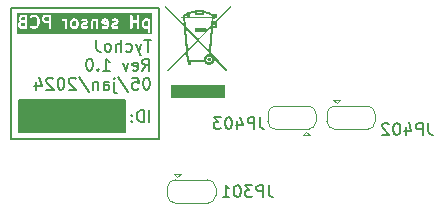
<source format=gbr>
%TF.GenerationSoftware,KiCad,Pcbnew,7.0.9+1*%
%TF.CreationDate,2024-01-05T17:55:25+01:00*%
%TF.ProjectId,sensor,73656e73-6f72-42e6-9b69-6361645f7063,rev?*%
%TF.SameCoordinates,Original*%
%TF.FileFunction,Legend,Bot*%
%TF.FilePolarity,Positive*%
%FSLAX46Y46*%
G04 Gerber Fmt 4.6, Leading zero omitted, Abs format (unit mm)*
G04 Created by KiCad (PCBNEW 7.0.9+1) date 2024-01-05 17:55:25*
%MOMM*%
%LPD*%
G01*
G04 APERTURE LIST*
%ADD10C,0.000000*%
%ADD11C,0.150000*%
%ADD12C,0.200000*%
%ADD13C,0.120000*%
G04 APERTURE END LIST*
D10*
G36*
X131832479Y-69070719D02*
G01*
X127233056Y-69070719D01*
X127233056Y-67950724D01*
X131832479Y-67950724D01*
X131832479Y-69070719D01*
G37*
D11*
X114375000Y-72000000D02*
X123375000Y-72000000D01*
X123375000Y-69250000D01*
X114375000Y-69250000D01*
X114375000Y-72000000D01*
G36*
X114375000Y-72000000D02*
G01*
X123375000Y-72000000D01*
X123375000Y-69250000D01*
X114375000Y-69250000D01*
X114375000Y-72000000D01*
G37*
D10*
G36*
X130491105Y-65673458D02*
G01*
X130498947Y-65674054D01*
X130506676Y-65675036D01*
X130514281Y-65676394D01*
X130521753Y-65678119D01*
X130529081Y-65680200D01*
X130536257Y-65682628D01*
X130543270Y-65685394D01*
X130550111Y-65688487D01*
X130556770Y-65691897D01*
X130563237Y-65695616D01*
X130569503Y-65699633D01*
X130575558Y-65703939D01*
X130581392Y-65708524D01*
X130586996Y-65713378D01*
X130592360Y-65718492D01*
X130597474Y-65723856D01*
X130602328Y-65729460D01*
X130606913Y-65735294D01*
X130611219Y-65741349D01*
X130615236Y-65747615D01*
X130618955Y-65754082D01*
X130622365Y-65760741D01*
X130625458Y-65767582D01*
X130628223Y-65774595D01*
X130630652Y-65781771D01*
X130632733Y-65789099D01*
X130634457Y-65796571D01*
X130635816Y-65804176D01*
X130636798Y-65811905D01*
X130637394Y-65819747D01*
X130637595Y-65827694D01*
X130637394Y-65835641D01*
X130636798Y-65843484D01*
X130635816Y-65851212D01*
X130634457Y-65858817D01*
X130632733Y-65866288D01*
X130630652Y-65873616D01*
X130628223Y-65880791D01*
X130625458Y-65887804D01*
X130622365Y-65894645D01*
X130618955Y-65901303D01*
X130615236Y-65907770D01*
X130611219Y-65914035D01*
X130606913Y-65920090D01*
X130602328Y-65925923D01*
X130597474Y-65931527D01*
X130592360Y-65936889D01*
X130586996Y-65942003D01*
X130581392Y-65946856D01*
X130575558Y-65951440D01*
X130569503Y-65955746D01*
X130563237Y-65959762D01*
X130556770Y-65963481D01*
X130550111Y-65966891D01*
X130543270Y-65969983D01*
X130536257Y-65972748D01*
X130529081Y-65975176D01*
X130521753Y-65977257D01*
X130514281Y-65978981D01*
X130506676Y-65980339D01*
X130498947Y-65981321D01*
X130491105Y-65981917D01*
X130483158Y-65982118D01*
X130475211Y-65981917D01*
X130467368Y-65981321D01*
X130459640Y-65980339D01*
X130452035Y-65978981D01*
X130444563Y-65977257D01*
X130437235Y-65975176D01*
X130430059Y-65972748D01*
X130423046Y-65969983D01*
X130416205Y-65966891D01*
X130409546Y-65963481D01*
X130403078Y-65959762D01*
X130396812Y-65955746D01*
X130390757Y-65951440D01*
X130384923Y-65946856D01*
X130379319Y-65942002D01*
X130373956Y-65936889D01*
X130368842Y-65931526D01*
X130363988Y-65925923D01*
X130359403Y-65920090D01*
X130355097Y-65914035D01*
X130351080Y-65907770D01*
X130347361Y-65901303D01*
X130343950Y-65894644D01*
X130340857Y-65887804D01*
X130338092Y-65880791D01*
X130335664Y-65873616D01*
X130333583Y-65866288D01*
X130331858Y-65858817D01*
X130330500Y-65851212D01*
X130329518Y-65843484D01*
X130328921Y-65835641D01*
X130328720Y-65827694D01*
X130328921Y-65819747D01*
X130329518Y-65811905D01*
X130330500Y-65804176D01*
X130331858Y-65796571D01*
X130333583Y-65789100D01*
X130335664Y-65781771D01*
X130338092Y-65774595D01*
X130340857Y-65767582D01*
X130343950Y-65760741D01*
X130347361Y-65754082D01*
X130351080Y-65747615D01*
X130355097Y-65741349D01*
X130359403Y-65735294D01*
X130363988Y-65729460D01*
X130368842Y-65723856D01*
X130373956Y-65718492D01*
X130379319Y-65713378D01*
X130384923Y-65708524D01*
X130390757Y-65703939D01*
X130396812Y-65699633D01*
X130403078Y-65695616D01*
X130409546Y-65691897D01*
X130416205Y-65688487D01*
X130423046Y-65685394D01*
X130430059Y-65682628D01*
X130437235Y-65680200D01*
X130444563Y-65678119D01*
X130452035Y-65676394D01*
X130459640Y-65675036D01*
X130467368Y-65674054D01*
X130475211Y-65673458D01*
X130483158Y-65673257D01*
X130491105Y-65673458D01*
G37*
G36*
X132347570Y-61353378D02*
G01*
X131133067Y-62590477D01*
X131158348Y-62590477D01*
X131158348Y-63144012D01*
X130796782Y-63144012D01*
X130603715Y-65215541D01*
X132031869Y-66719631D01*
X131937122Y-66809550D01*
X130934074Y-65751455D01*
X130935538Y-65760783D01*
X130936814Y-65770172D01*
X130937900Y-65779621D01*
X130938793Y-65789128D01*
X130939492Y-65798691D01*
X130939994Y-65808307D01*
X130940296Y-65817976D01*
X130940397Y-65827694D01*
X130939803Y-65851224D01*
X130938037Y-65874445D01*
X130935129Y-65897328D01*
X130931108Y-65919845D01*
X130926003Y-65941966D01*
X130919841Y-65963664D01*
X130912653Y-65984909D01*
X130904466Y-66005673D01*
X130895310Y-66025926D01*
X130885213Y-66045641D01*
X130874203Y-66064788D01*
X130862310Y-66083339D01*
X130849563Y-66101265D01*
X130835989Y-66118538D01*
X130821618Y-66135128D01*
X130806479Y-66151007D01*
X130790599Y-66166146D01*
X130774009Y-66180516D01*
X130756736Y-66194090D01*
X130738810Y-66206837D01*
X130720259Y-66218729D01*
X130701112Y-66229739D01*
X130681397Y-66239835D01*
X130661144Y-66248991D01*
X130640380Y-66257178D01*
X130619136Y-66264366D01*
X130597438Y-66270527D01*
X130575318Y-66275632D01*
X130552802Y-66279653D01*
X130529919Y-66282560D01*
X130506699Y-66284326D01*
X130483171Y-66284921D01*
X130450575Y-66283777D01*
X130418596Y-66280397D01*
X130387312Y-66274857D01*
X130356798Y-66267235D01*
X130327133Y-66257607D01*
X130298393Y-66246050D01*
X130270655Y-66232642D01*
X130243996Y-66217459D01*
X130218493Y-66200578D01*
X130194223Y-66182076D01*
X130171263Y-66162030D01*
X130149690Y-66140517D01*
X130129581Y-66117613D01*
X130111013Y-66093397D01*
X130094063Y-66067944D01*
X130078808Y-66041332D01*
X128960679Y-66041332D01*
X128960679Y-66280185D01*
X128666502Y-66280185D01*
X128666502Y-66040723D01*
X128663277Y-66040188D01*
X128660066Y-66039495D01*
X128656874Y-66038647D01*
X128653705Y-66037651D01*
X128650566Y-66036510D01*
X128647462Y-66035229D01*
X128644397Y-66033814D01*
X128641377Y-66032269D01*
X128635493Y-66028809D01*
X128629852Y-66024888D01*
X128624496Y-66020543D01*
X128619467Y-66015815D01*
X128614808Y-66010740D01*
X128610559Y-66005358D01*
X128606764Y-65999707D01*
X128605049Y-65996793D01*
X128603464Y-65993826D01*
X128602013Y-65990811D01*
X128600701Y-65987753D01*
X128599534Y-65984657D01*
X128598518Y-65981527D01*
X128597656Y-65978369D01*
X128596956Y-65975187D01*
X128596421Y-65971986D01*
X128596057Y-65968770D01*
X128533245Y-65238692D01*
X126974836Y-66826099D01*
X126881676Y-66734554D01*
X128498281Y-65089467D01*
X128679731Y-65089467D01*
X128747954Y-65882595D01*
X130029172Y-65882595D01*
X130028417Y-65875829D01*
X130027760Y-65869033D01*
X130027201Y-65862209D01*
X130026742Y-65855358D01*
X130026383Y-65848480D01*
X130026125Y-65841576D01*
X130025970Y-65834647D01*
X130025918Y-65827694D01*
X130245363Y-65827694D01*
X130245672Y-65839931D01*
X130246591Y-65852007D01*
X130248103Y-65863907D01*
X130250194Y-65875617D01*
X130252849Y-65887121D01*
X130256053Y-65898405D01*
X130259791Y-65909454D01*
X130264049Y-65920253D01*
X130268811Y-65930786D01*
X130274062Y-65941039D01*
X130279787Y-65950997D01*
X130285972Y-65960645D01*
X130292602Y-65969969D01*
X130299661Y-65978952D01*
X130307135Y-65987580D01*
X130315008Y-65995839D01*
X130323266Y-66003712D01*
X130331894Y-66011186D01*
X130340877Y-66018246D01*
X130350200Y-66024876D01*
X130359848Y-66031061D01*
X130369807Y-66036787D01*
X130380060Y-66042039D01*
X130390593Y-66046801D01*
X130401392Y-66051059D01*
X130412441Y-66054797D01*
X130423726Y-66058002D01*
X130435231Y-66060657D01*
X130446942Y-66062748D01*
X130458843Y-66064261D01*
X130470920Y-66065179D01*
X130483158Y-66065488D01*
X130495394Y-66065179D01*
X130507470Y-66064261D01*
X130519370Y-66062748D01*
X130531080Y-66060657D01*
X130542585Y-66058002D01*
X130553869Y-66054797D01*
X130564917Y-66051059D01*
X130575716Y-66046801D01*
X130586249Y-66042039D01*
X130596503Y-66036787D01*
X130606461Y-66031061D01*
X130616109Y-66024876D01*
X130625432Y-66018246D01*
X130634415Y-66011186D01*
X130643043Y-66003712D01*
X130651302Y-65995839D01*
X130659176Y-65987580D01*
X130666650Y-65978952D01*
X130673709Y-65969969D01*
X130680339Y-65960645D01*
X130686524Y-65950997D01*
X130692250Y-65941039D01*
X130697502Y-65930786D01*
X130702264Y-65920253D01*
X130706522Y-65909454D01*
X130710261Y-65898405D01*
X130713465Y-65887121D01*
X130716120Y-65875617D01*
X130718212Y-65863907D01*
X130719724Y-65852007D01*
X130720642Y-65839931D01*
X130720952Y-65827694D01*
X130720642Y-65815457D01*
X130719724Y-65803380D01*
X130718212Y-65791478D01*
X130716120Y-65779768D01*
X130713465Y-65768263D01*
X130710261Y-65756978D01*
X130706522Y-65745929D01*
X130702264Y-65735130D01*
X130697502Y-65724597D01*
X130692250Y-65714343D01*
X130686524Y-65704385D01*
X130680339Y-65694737D01*
X130673709Y-65685414D01*
X130666650Y-65676431D01*
X130659176Y-65667803D01*
X130651302Y-65659545D01*
X130643043Y-65651671D01*
X130634415Y-65644198D01*
X130625432Y-65637139D01*
X130616109Y-65630509D01*
X130606461Y-65624324D01*
X130596503Y-65618599D01*
X130586249Y-65613347D01*
X130575716Y-65608586D01*
X130564917Y-65604328D01*
X130553869Y-65600590D01*
X130542585Y-65597386D01*
X130531080Y-65594731D01*
X130519370Y-65592640D01*
X130507470Y-65591127D01*
X130495394Y-65590209D01*
X130483158Y-65589900D01*
X130470920Y-65590209D01*
X130458843Y-65591127D01*
X130446942Y-65592640D01*
X130435231Y-65594731D01*
X130423726Y-65597386D01*
X130412442Y-65600590D01*
X130401392Y-65604328D01*
X130390594Y-65608586D01*
X130380060Y-65613347D01*
X130369807Y-65618599D01*
X130359849Y-65624324D01*
X130350201Y-65630509D01*
X130340878Y-65637139D01*
X130331895Y-65644198D01*
X130323267Y-65651671D01*
X130315008Y-65659545D01*
X130307135Y-65667803D01*
X130299661Y-65676431D01*
X130292602Y-65685414D01*
X130285972Y-65694737D01*
X130279787Y-65704385D01*
X130274062Y-65714343D01*
X130268811Y-65724597D01*
X130264049Y-65735130D01*
X130259791Y-65745929D01*
X130256053Y-65756978D01*
X130252849Y-65768263D01*
X130250194Y-65779768D01*
X130248103Y-65791478D01*
X130246591Y-65803380D01*
X130245672Y-65815457D01*
X130245363Y-65827694D01*
X130025918Y-65827694D01*
X130026431Y-65805844D01*
X130027954Y-65784259D01*
X130030465Y-65762960D01*
X130033940Y-65741972D01*
X130038356Y-65721318D01*
X130043691Y-65701019D01*
X130049922Y-65681100D01*
X130057025Y-65661583D01*
X130064978Y-65642491D01*
X130073757Y-65623847D01*
X130083340Y-65605675D01*
X130093703Y-65587996D01*
X130104825Y-65570835D01*
X130116681Y-65554213D01*
X130129248Y-65538155D01*
X130142505Y-65522683D01*
X130156427Y-65507819D01*
X130170992Y-65493588D01*
X130186177Y-65480011D01*
X130201959Y-65467112D01*
X130218315Y-65454914D01*
X130235222Y-65443440D01*
X130252657Y-65432713D01*
X130270597Y-65422755D01*
X130289019Y-65413590D01*
X130307900Y-65405241D01*
X130327217Y-65397731D01*
X130346947Y-65391082D01*
X130367067Y-65385318D01*
X130387555Y-65380462D01*
X130408387Y-65376536D01*
X130429540Y-65373563D01*
X130442637Y-65233056D01*
X129507348Y-64246452D01*
X128679731Y-65089467D01*
X128498281Y-65089467D01*
X128518626Y-65068763D01*
X128358063Y-63202181D01*
X128517396Y-63202181D01*
X128665139Y-64919671D01*
X129416345Y-64155223D01*
X129596909Y-64155223D01*
X130458512Y-65062638D01*
X130637317Y-63144012D01*
X130619683Y-63144012D01*
X130619683Y-63113400D01*
X129596909Y-64155223D01*
X129416345Y-64155223D01*
X129418646Y-64152882D01*
X128517396Y-63202181D01*
X128358063Y-63202181D01*
X128342162Y-63017330D01*
X126784878Y-61374598D01*
X126784878Y-61193689D01*
X128324793Y-62815479D01*
X128284784Y-62350382D01*
X128444120Y-62350382D01*
X128500000Y-63000000D01*
X129508168Y-64061773D01*
X130104499Y-63454951D01*
X129263759Y-63454951D01*
X129263759Y-63137451D01*
X130236116Y-63137451D01*
X130236116Y-63321005D01*
X130550325Y-63001270D01*
X130810064Y-63001270D01*
X131019416Y-63001270D01*
X131019416Y-62733247D01*
X130992917Y-62733247D01*
X130818490Y-62910914D01*
X130810064Y-63001270D01*
X130550325Y-63001270D01*
X130619683Y-62930692D01*
X130619683Y-62590504D01*
X130688898Y-62590504D01*
X130711268Y-62350382D01*
X128444120Y-62350382D01*
X128284784Y-62350382D01*
X128284219Y-62343806D01*
X128092978Y-62343806D01*
X128092978Y-62185056D01*
X128261240Y-62185056D01*
X128860309Y-62185056D01*
X130705037Y-62185056D01*
X130697644Y-62169307D01*
X130689065Y-62154082D01*
X130679337Y-62139371D01*
X130668500Y-62125167D01*
X130656592Y-62111460D01*
X130643651Y-62098242D01*
X130629715Y-62085505D01*
X130614824Y-62073240D01*
X130599015Y-62061438D01*
X130582328Y-62050091D01*
X130564800Y-62039189D01*
X130546471Y-62028725D01*
X130507560Y-62009074D01*
X130465903Y-61991069D01*
X130421809Y-61974641D01*
X130375584Y-61959720D01*
X130327537Y-61946239D01*
X130277975Y-61934127D01*
X130227206Y-61923316D01*
X130175539Y-61913736D01*
X130123280Y-61905320D01*
X130070751Y-61897999D01*
X130070751Y-62046163D01*
X129290244Y-62046163D01*
X129290244Y-61881302D01*
X129237779Y-61885588D01*
X129184295Y-61890741D01*
X129130119Y-61896829D01*
X129075579Y-61903917D01*
X129021001Y-61912071D01*
X128966712Y-61921359D01*
X128913039Y-61931845D01*
X128860309Y-61943598D01*
X128860309Y-62185056D01*
X128261240Y-62185056D01*
X128261244Y-62185043D01*
X128430970Y-62185043D01*
X128589032Y-62185043D01*
X128589032Y-62040594D01*
X128575789Y-62047993D01*
X128562934Y-62055596D01*
X128550479Y-62063407D01*
X128538437Y-62071428D01*
X128526822Y-62079661D01*
X128515646Y-62088110D01*
X128504923Y-62096777D01*
X128494667Y-62105665D01*
X128484889Y-62114776D01*
X128475604Y-62124114D01*
X128466825Y-62133680D01*
X128458564Y-62143479D01*
X128450835Y-62153511D01*
X128443650Y-62163781D01*
X128437024Y-62174291D01*
X128430970Y-62185043D01*
X128261244Y-62185043D01*
X128262371Y-62181643D01*
X128263593Y-62178091D01*
X128264909Y-62174405D01*
X128266323Y-62170587D01*
X128267837Y-62166642D01*
X128269455Y-62162572D01*
X128271179Y-62158382D01*
X128273014Y-62154074D01*
X128284195Y-62130257D01*
X128296728Y-62107289D01*
X128310568Y-62085155D01*
X128325671Y-62063841D01*
X128341992Y-62043332D01*
X128359486Y-62023611D01*
X128378107Y-62004666D01*
X128397811Y-61986480D01*
X128418553Y-61969039D01*
X128440289Y-61952328D01*
X128462972Y-61936331D01*
X128486560Y-61921035D01*
X128511005Y-61906424D01*
X128536265Y-61892482D01*
X128562293Y-61879197D01*
X128589045Y-61866551D01*
X128589045Y-61814627D01*
X129448968Y-61814627D01*
X129448968Y-61887413D01*
X129911975Y-61887413D01*
X129911975Y-61814627D01*
X129448968Y-61814627D01*
X128589045Y-61814627D01*
X128589045Y-61761631D01*
X128860309Y-61761631D01*
X128860309Y-61777863D01*
X128913651Y-61766366D01*
X128967536Y-61756187D01*
X129021751Y-61747253D01*
X129076080Y-61739493D01*
X129130309Y-61732835D01*
X129184222Y-61727207D01*
X129237606Y-61722538D01*
X129290244Y-61718755D01*
X129290244Y-61655890D01*
X130070751Y-61655890D01*
X130070751Y-61736351D01*
X130176353Y-61751578D01*
X130228880Y-61760907D01*
X130280924Y-61771471D01*
X130332261Y-61783341D01*
X130382669Y-61796585D01*
X130431926Y-61811274D01*
X130479809Y-61827477D01*
X130526096Y-61845264D01*
X130570564Y-61864703D01*
X130612990Y-61885866D01*
X130653153Y-61908821D01*
X130690829Y-61933638D01*
X130725796Y-61960386D01*
X130757832Y-61989136D01*
X130786714Y-62019956D01*
X130794227Y-62010917D01*
X130802223Y-62002311D01*
X130810680Y-61994160D01*
X130819579Y-61986484D01*
X130828898Y-61979304D01*
X130838617Y-61972640D01*
X130848715Y-61966512D01*
X130859172Y-61960943D01*
X130869967Y-61955951D01*
X130881079Y-61951558D01*
X130892489Y-61947785D01*
X130904175Y-61944651D01*
X130916116Y-61942178D01*
X130928293Y-61940386D01*
X130940684Y-61939296D01*
X130953269Y-61938928D01*
X130964162Y-61939203D01*
X130974912Y-61940021D01*
X130985505Y-61941367D01*
X130995929Y-61943228D01*
X131006170Y-61945591D01*
X131016215Y-61948443D01*
X131026050Y-61951771D01*
X131035662Y-61955561D01*
X131045038Y-61959799D01*
X131054165Y-61964474D01*
X131063029Y-61969570D01*
X131071617Y-61975076D01*
X131079915Y-61980977D01*
X131087911Y-61987260D01*
X131095591Y-61993913D01*
X131102942Y-62000921D01*
X131109951Y-62008272D01*
X131116603Y-62015952D01*
X131122887Y-62023948D01*
X131128788Y-62032247D01*
X131134294Y-62040835D01*
X131139390Y-62049699D01*
X131144064Y-62058826D01*
X131148303Y-62068202D01*
X131152093Y-62077814D01*
X131155420Y-62087649D01*
X131158272Y-62097694D01*
X131160636Y-62107935D01*
X131162497Y-62118358D01*
X131163843Y-62128952D01*
X131164661Y-62139702D01*
X131164936Y-62150594D01*
X131164661Y-62161486D01*
X131163843Y-62172235D01*
X131162497Y-62182827D01*
X131160636Y-62193251D01*
X131158272Y-62203491D01*
X131155420Y-62213535D01*
X131152093Y-62223370D01*
X131148303Y-62232982D01*
X131144064Y-62242357D01*
X131139390Y-62251484D01*
X131134294Y-62260348D01*
X131128788Y-62268936D01*
X131122887Y-62277235D01*
X131116603Y-62285231D01*
X131109951Y-62292911D01*
X131102942Y-62300263D01*
X131095591Y-62307271D01*
X131087911Y-62313924D01*
X131079915Y-62320208D01*
X131071617Y-62326110D01*
X131063029Y-62331616D01*
X131054165Y-62336713D01*
X131045038Y-62341387D01*
X131035662Y-62345626D01*
X131026050Y-62349416D01*
X131016215Y-62352744D01*
X131006170Y-62355597D01*
X130995929Y-62357960D01*
X130985505Y-62359822D01*
X130974912Y-62361168D01*
X130964162Y-62361986D01*
X130953269Y-62362261D01*
X130947828Y-62362193D01*
X130942421Y-62361988D01*
X130937049Y-62361649D01*
X130931714Y-62361177D01*
X130926418Y-62360574D01*
X130921162Y-62359842D01*
X130915948Y-62358981D01*
X130910777Y-62357995D01*
X130905652Y-62356883D01*
X130900573Y-62355649D01*
X130895544Y-62354293D01*
X130890564Y-62352818D01*
X130885637Y-62351224D01*
X130880763Y-62349514D01*
X130875944Y-62347689D01*
X130871182Y-62345751D01*
X130848362Y-62590491D01*
X130954010Y-62590491D01*
X132347570Y-61172377D01*
X132347570Y-61353378D01*
G37*
D11*
X113750000Y-61500000D02*
X126250000Y-61500000D01*
X126250000Y-72525400D01*
X113750000Y-72525400D01*
X113750000Y-61500000D01*
X125556077Y-64149819D02*
X124984649Y-64149819D01*
X125270363Y-65149819D02*
X125270363Y-64149819D01*
X124746553Y-64483152D02*
X124508458Y-65149819D01*
X124270363Y-64483152D02*
X124508458Y-65149819D01*
X124508458Y-65149819D02*
X124603696Y-65387914D01*
X124603696Y-65387914D02*
X124651315Y-65435533D01*
X124651315Y-65435533D02*
X124746553Y-65483152D01*
X123460839Y-65102200D02*
X123556077Y-65149819D01*
X123556077Y-65149819D02*
X123746553Y-65149819D01*
X123746553Y-65149819D02*
X123841791Y-65102200D01*
X123841791Y-65102200D02*
X123889410Y-65054580D01*
X123889410Y-65054580D02*
X123937029Y-64959342D01*
X123937029Y-64959342D02*
X123937029Y-64673628D01*
X123937029Y-64673628D02*
X123889410Y-64578390D01*
X123889410Y-64578390D02*
X123841791Y-64530771D01*
X123841791Y-64530771D02*
X123746553Y-64483152D01*
X123746553Y-64483152D02*
X123556077Y-64483152D01*
X123556077Y-64483152D02*
X123460839Y-64530771D01*
X123032267Y-65149819D02*
X123032267Y-64149819D01*
X122603696Y-65149819D02*
X122603696Y-64626009D01*
X122603696Y-64626009D02*
X122651315Y-64530771D01*
X122651315Y-64530771D02*
X122746553Y-64483152D01*
X122746553Y-64483152D02*
X122889410Y-64483152D01*
X122889410Y-64483152D02*
X122984648Y-64530771D01*
X122984648Y-64530771D02*
X123032267Y-64578390D01*
X121984648Y-65149819D02*
X122079886Y-65102200D01*
X122079886Y-65102200D02*
X122127505Y-65054580D01*
X122127505Y-65054580D02*
X122175124Y-64959342D01*
X122175124Y-64959342D02*
X122175124Y-64673628D01*
X122175124Y-64673628D02*
X122127505Y-64578390D01*
X122127505Y-64578390D02*
X122079886Y-64530771D01*
X122079886Y-64530771D02*
X121984648Y-64483152D01*
X121984648Y-64483152D02*
X121841791Y-64483152D01*
X121841791Y-64483152D02*
X121746553Y-64530771D01*
X121746553Y-64530771D02*
X121698934Y-64578390D01*
X121698934Y-64578390D02*
X121651315Y-64673628D01*
X121651315Y-64673628D02*
X121651315Y-64959342D01*
X121651315Y-64959342D02*
X121698934Y-65054580D01*
X121698934Y-65054580D02*
X121746553Y-65102200D01*
X121746553Y-65102200D02*
X121841791Y-65149819D01*
X121841791Y-65149819D02*
X121984648Y-65149819D01*
X120937029Y-64149819D02*
X120937029Y-64864104D01*
X120937029Y-64864104D02*
X120984648Y-65006961D01*
X120984648Y-65006961D02*
X121079886Y-65102200D01*
X121079886Y-65102200D02*
X121222743Y-65149819D01*
X121222743Y-65149819D02*
X121317981Y-65149819D01*
X124841792Y-66759819D02*
X125175125Y-66283628D01*
X125413220Y-66759819D02*
X125413220Y-65759819D01*
X125413220Y-65759819D02*
X125032268Y-65759819D01*
X125032268Y-65759819D02*
X124937030Y-65807438D01*
X124937030Y-65807438D02*
X124889411Y-65855057D01*
X124889411Y-65855057D02*
X124841792Y-65950295D01*
X124841792Y-65950295D02*
X124841792Y-66093152D01*
X124841792Y-66093152D02*
X124889411Y-66188390D01*
X124889411Y-66188390D02*
X124937030Y-66236009D01*
X124937030Y-66236009D02*
X125032268Y-66283628D01*
X125032268Y-66283628D02*
X125413220Y-66283628D01*
X124032268Y-66712200D02*
X124127506Y-66759819D01*
X124127506Y-66759819D02*
X124317982Y-66759819D01*
X124317982Y-66759819D02*
X124413220Y-66712200D01*
X124413220Y-66712200D02*
X124460839Y-66616961D01*
X124460839Y-66616961D02*
X124460839Y-66236009D01*
X124460839Y-66236009D02*
X124413220Y-66140771D01*
X124413220Y-66140771D02*
X124317982Y-66093152D01*
X124317982Y-66093152D02*
X124127506Y-66093152D01*
X124127506Y-66093152D02*
X124032268Y-66140771D01*
X124032268Y-66140771D02*
X123984649Y-66236009D01*
X123984649Y-66236009D02*
X123984649Y-66331247D01*
X123984649Y-66331247D02*
X124460839Y-66426485D01*
X123651315Y-66093152D02*
X123413220Y-66759819D01*
X123413220Y-66759819D02*
X123175125Y-66093152D01*
X121508458Y-66759819D02*
X122079886Y-66759819D01*
X121794172Y-66759819D02*
X121794172Y-65759819D01*
X121794172Y-65759819D02*
X121889410Y-65902676D01*
X121889410Y-65902676D02*
X121984648Y-65997914D01*
X121984648Y-65997914D02*
X122079886Y-66045533D01*
X121079886Y-66664580D02*
X121032267Y-66712200D01*
X121032267Y-66712200D02*
X121079886Y-66759819D01*
X121079886Y-66759819D02*
X121127505Y-66712200D01*
X121127505Y-66712200D02*
X121079886Y-66664580D01*
X121079886Y-66664580D02*
X121079886Y-66759819D01*
X120413220Y-65759819D02*
X120317982Y-65759819D01*
X120317982Y-65759819D02*
X120222744Y-65807438D01*
X120222744Y-65807438D02*
X120175125Y-65855057D01*
X120175125Y-65855057D02*
X120127506Y-65950295D01*
X120127506Y-65950295D02*
X120079887Y-66140771D01*
X120079887Y-66140771D02*
X120079887Y-66378866D01*
X120079887Y-66378866D02*
X120127506Y-66569342D01*
X120127506Y-66569342D02*
X120175125Y-66664580D01*
X120175125Y-66664580D02*
X120222744Y-66712200D01*
X120222744Y-66712200D02*
X120317982Y-66759819D01*
X120317982Y-66759819D02*
X120413220Y-66759819D01*
X120413220Y-66759819D02*
X120508458Y-66712200D01*
X120508458Y-66712200D02*
X120556077Y-66664580D01*
X120556077Y-66664580D02*
X120603696Y-66569342D01*
X120603696Y-66569342D02*
X120651315Y-66378866D01*
X120651315Y-66378866D02*
X120651315Y-66140771D01*
X120651315Y-66140771D02*
X120603696Y-65950295D01*
X120603696Y-65950295D02*
X120556077Y-65855057D01*
X120556077Y-65855057D02*
X120508458Y-65807438D01*
X120508458Y-65807438D02*
X120413220Y-65759819D01*
X125222744Y-67369819D02*
X125127506Y-67369819D01*
X125127506Y-67369819D02*
X125032268Y-67417438D01*
X125032268Y-67417438D02*
X124984649Y-67465057D01*
X124984649Y-67465057D02*
X124937030Y-67560295D01*
X124937030Y-67560295D02*
X124889411Y-67750771D01*
X124889411Y-67750771D02*
X124889411Y-67988866D01*
X124889411Y-67988866D02*
X124937030Y-68179342D01*
X124937030Y-68179342D02*
X124984649Y-68274580D01*
X124984649Y-68274580D02*
X125032268Y-68322200D01*
X125032268Y-68322200D02*
X125127506Y-68369819D01*
X125127506Y-68369819D02*
X125222744Y-68369819D01*
X125222744Y-68369819D02*
X125317982Y-68322200D01*
X125317982Y-68322200D02*
X125365601Y-68274580D01*
X125365601Y-68274580D02*
X125413220Y-68179342D01*
X125413220Y-68179342D02*
X125460839Y-67988866D01*
X125460839Y-67988866D02*
X125460839Y-67750771D01*
X125460839Y-67750771D02*
X125413220Y-67560295D01*
X125413220Y-67560295D02*
X125365601Y-67465057D01*
X125365601Y-67465057D02*
X125317982Y-67417438D01*
X125317982Y-67417438D02*
X125222744Y-67369819D01*
X123984649Y-67369819D02*
X124460839Y-67369819D01*
X124460839Y-67369819D02*
X124508458Y-67846009D01*
X124508458Y-67846009D02*
X124460839Y-67798390D01*
X124460839Y-67798390D02*
X124365601Y-67750771D01*
X124365601Y-67750771D02*
X124127506Y-67750771D01*
X124127506Y-67750771D02*
X124032268Y-67798390D01*
X124032268Y-67798390D02*
X123984649Y-67846009D01*
X123984649Y-67846009D02*
X123937030Y-67941247D01*
X123937030Y-67941247D02*
X123937030Y-68179342D01*
X123937030Y-68179342D02*
X123984649Y-68274580D01*
X123984649Y-68274580D02*
X124032268Y-68322200D01*
X124032268Y-68322200D02*
X124127506Y-68369819D01*
X124127506Y-68369819D02*
X124365601Y-68369819D01*
X124365601Y-68369819D02*
X124460839Y-68322200D01*
X124460839Y-68322200D02*
X124508458Y-68274580D01*
X122794173Y-67322200D02*
X123651315Y-68607914D01*
X122460839Y-67703152D02*
X122460839Y-68560295D01*
X122460839Y-68560295D02*
X122508458Y-68655533D01*
X122508458Y-68655533D02*
X122603696Y-68703152D01*
X122603696Y-68703152D02*
X122651315Y-68703152D01*
X122460839Y-67369819D02*
X122508458Y-67417438D01*
X122508458Y-67417438D02*
X122460839Y-67465057D01*
X122460839Y-67465057D02*
X122413220Y-67417438D01*
X122413220Y-67417438D02*
X122460839Y-67369819D01*
X122460839Y-67369819D02*
X122460839Y-67465057D01*
X121556078Y-68369819D02*
X121556078Y-67846009D01*
X121556078Y-67846009D02*
X121603697Y-67750771D01*
X121603697Y-67750771D02*
X121698935Y-67703152D01*
X121698935Y-67703152D02*
X121889411Y-67703152D01*
X121889411Y-67703152D02*
X121984649Y-67750771D01*
X121556078Y-68322200D02*
X121651316Y-68369819D01*
X121651316Y-68369819D02*
X121889411Y-68369819D01*
X121889411Y-68369819D02*
X121984649Y-68322200D01*
X121984649Y-68322200D02*
X122032268Y-68226961D01*
X122032268Y-68226961D02*
X122032268Y-68131723D01*
X122032268Y-68131723D02*
X121984649Y-68036485D01*
X121984649Y-68036485D02*
X121889411Y-67988866D01*
X121889411Y-67988866D02*
X121651316Y-67988866D01*
X121651316Y-67988866D02*
X121556078Y-67941247D01*
X121079887Y-67703152D02*
X121079887Y-68369819D01*
X121079887Y-67798390D02*
X121032268Y-67750771D01*
X121032268Y-67750771D02*
X120937030Y-67703152D01*
X120937030Y-67703152D02*
X120794173Y-67703152D01*
X120794173Y-67703152D02*
X120698935Y-67750771D01*
X120698935Y-67750771D02*
X120651316Y-67846009D01*
X120651316Y-67846009D02*
X120651316Y-68369819D01*
X119460840Y-67322200D02*
X120317982Y-68607914D01*
X119175125Y-67465057D02*
X119127506Y-67417438D01*
X119127506Y-67417438D02*
X119032268Y-67369819D01*
X119032268Y-67369819D02*
X118794173Y-67369819D01*
X118794173Y-67369819D02*
X118698935Y-67417438D01*
X118698935Y-67417438D02*
X118651316Y-67465057D01*
X118651316Y-67465057D02*
X118603697Y-67560295D01*
X118603697Y-67560295D02*
X118603697Y-67655533D01*
X118603697Y-67655533D02*
X118651316Y-67798390D01*
X118651316Y-67798390D02*
X119222744Y-68369819D01*
X119222744Y-68369819D02*
X118603697Y-68369819D01*
X117984649Y-67369819D02*
X117889411Y-67369819D01*
X117889411Y-67369819D02*
X117794173Y-67417438D01*
X117794173Y-67417438D02*
X117746554Y-67465057D01*
X117746554Y-67465057D02*
X117698935Y-67560295D01*
X117698935Y-67560295D02*
X117651316Y-67750771D01*
X117651316Y-67750771D02*
X117651316Y-67988866D01*
X117651316Y-67988866D02*
X117698935Y-68179342D01*
X117698935Y-68179342D02*
X117746554Y-68274580D01*
X117746554Y-68274580D02*
X117794173Y-68322200D01*
X117794173Y-68322200D02*
X117889411Y-68369819D01*
X117889411Y-68369819D02*
X117984649Y-68369819D01*
X117984649Y-68369819D02*
X118079887Y-68322200D01*
X118079887Y-68322200D02*
X118127506Y-68274580D01*
X118127506Y-68274580D02*
X118175125Y-68179342D01*
X118175125Y-68179342D02*
X118222744Y-67988866D01*
X118222744Y-67988866D02*
X118222744Y-67750771D01*
X118222744Y-67750771D02*
X118175125Y-67560295D01*
X118175125Y-67560295D02*
X118127506Y-67465057D01*
X118127506Y-67465057D02*
X118079887Y-67417438D01*
X118079887Y-67417438D02*
X117984649Y-67369819D01*
X117270363Y-67465057D02*
X117222744Y-67417438D01*
X117222744Y-67417438D02*
X117127506Y-67369819D01*
X117127506Y-67369819D02*
X116889411Y-67369819D01*
X116889411Y-67369819D02*
X116794173Y-67417438D01*
X116794173Y-67417438D02*
X116746554Y-67465057D01*
X116746554Y-67465057D02*
X116698935Y-67560295D01*
X116698935Y-67560295D02*
X116698935Y-67655533D01*
X116698935Y-67655533D02*
X116746554Y-67798390D01*
X116746554Y-67798390D02*
X117317982Y-68369819D01*
X117317982Y-68369819D02*
X116698935Y-68369819D01*
X115841792Y-67703152D02*
X115841792Y-68369819D01*
X116079887Y-67322200D02*
X116317982Y-68036485D01*
X116317982Y-68036485D02*
X115698935Y-68036485D01*
D12*
G36*
X125280326Y-62559974D02*
G01*
X125280326Y-63007796D01*
X125261481Y-63017219D01*
X125118219Y-63017219D01*
X125058609Y-62987414D01*
X125033942Y-62962746D01*
X125004136Y-62903134D01*
X125004136Y-62664635D01*
X125033941Y-62605025D01*
X125058609Y-62580356D01*
X125118219Y-62550552D01*
X125261481Y-62550552D01*
X125280326Y-62559974D01*
G37*
G36*
X114899372Y-63017219D02*
G01*
X114642027Y-63017219D01*
X114582417Y-62987414D01*
X114557750Y-62962746D01*
X114527944Y-62903134D01*
X114527944Y-62807492D01*
X114557749Y-62747882D01*
X114577200Y-62728430D01*
X114682265Y-62693409D01*
X114899372Y-62693409D01*
X114899372Y-63017219D01*
G37*
G36*
X114899372Y-62493409D02*
G01*
X114689646Y-62493409D01*
X114630036Y-62463604D01*
X114605368Y-62438935D01*
X114575563Y-62379325D01*
X114575563Y-62331302D01*
X114605368Y-62271692D01*
X114630036Y-62247023D01*
X114689646Y-62217219D01*
X114899372Y-62217219D01*
X114899372Y-62493409D01*
G37*
G36*
X119178232Y-62580357D02*
G01*
X119202901Y-62605025D01*
X119232706Y-62664635D01*
X119232706Y-62903135D01*
X119202901Y-62962743D01*
X119178232Y-62987413D01*
X119118623Y-63017219D01*
X119022980Y-63017219D01*
X118963370Y-62987414D01*
X118938703Y-62962746D01*
X118908897Y-62903134D01*
X118908897Y-62664635D01*
X118938702Y-62605025D01*
X118963370Y-62580356D01*
X119022980Y-62550552D01*
X119118623Y-62550552D01*
X119178232Y-62580357D01*
G37*
G36*
X121781980Y-62572707D02*
G01*
X121804135Y-62617016D01*
X121804135Y-62661904D01*
X121532649Y-62607607D01*
X121550100Y-62572706D01*
X121594409Y-62550552D01*
X121737671Y-62550552D01*
X121781980Y-62572707D01*
G37*
G36*
X116899372Y-62541028D02*
G01*
X116642027Y-62541028D01*
X116582417Y-62511223D01*
X116557749Y-62486554D01*
X116527944Y-62426944D01*
X116527944Y-62331302D01*
X116557749Y-62271692D01*
X116582417Y-62247023D01*
X116642027Y-62217219D01*
X116899372Y-62217219D01*
X116899372Y-62541028D01*
G37*
G36*
X125623183Y-63688515D02*
G01*
X114185087Y-63688515D01*
X114185087Y-62926742D01*
X114327944Y-62926742D01*
X114335067Y-62948665D01*
X114338501Y-62971463D01*
X114386120Y-63066701D01*
X114397493Y-63078248D01*
X114404852Y-63092690D01*
X114452470Y-63140310D01*
X114466913Y-63147669D01*
X114478461Y-63159043D01*
X114573698Y-63206662D01*
X114596496Y-63210095D01*
X114618420Y-63217219D01*
X114999372Y-63217219D01*
X115014435Y-63212325D01*
X115030274Y-63212325D01*
X115043087Y-63203015D01*
X115058151Y-63198121D01*
X115067460Y-63185307D01*
X115080274Y-63175998D01*
X115085168Y-63160934D01*
X115094478Y-63148121D01*
X115094478Y-63132281D01*
X115099372Y-63117219D01*
X115099372Y-63037622D01*
X115329174Y-63037622D01*
X115357233Y-63092690D01*
X115404851Y-63140310D01*
X115425393Y-63150776D01*
X115443940Y-63164468D01*
X115586797Y-63212087D01*
X115603004Y-63212210D01*
X115618420Y-63217219D01*
X115713658Y-63217219D01*
X115729073Y-63212210D01*
X115745281Y-63212087D01*
X115888137Y-63164468D01*
X115906684Y-63150776D01*
X115927226Y-63140310D01*
X116022464Y-63045071D01*
X116029822Y-63030629D01*
X116041196Y-63019082D01*
X116088815Y-62923845D01*
X116090475Y-62912823D01*
X116096386Y-62903377D01*
X116144005Y-62712901D01*
X116143144Y-62700484D01*
X116146991Y-62688647D01*
X116146991Y-62545790D01*
X116143144Y-62533952D01*
X116144005Y-62521536D01*
X116126259Y-62450552D01*
X116327944Y-62450552D01*
X116335067Y-62472475D01*
X116338501Y-62495273D01*
X116386120Y-62590511D01*
X116397493Y-62602058D01*
X116404852Y-62616501D01*
X116452471Y-62664119D01*
X116466912Y-62671477D01*
X116478461Y-62682852D01*
X116573698Y-62730471D01*
X116596496Y-62733904D01*
X116618420Y-62741028D01*
X116899372Y-62741028D01*
X116899372Y-63117219D01*
X116918470Y-63175998D01*
X116968470Y-63212325D01*
X117030274Y-63212325D01*
X117080274Y-63175998D01*
X117099372Y-63117219D01*
X117099372Y-62481454D01*
X117999505Y-62481454D01*
X118035832Y-62531454D01*
X118094611Y-62550552D01*
X118166242Y-62550552D01*
X118225851Y-62580357D01*
X118250520Y-62605025D01*
X118280325Y-62664635D01*
X118280325Y-63117219D01*
X118299423Y-63175998D01*
X118349423Y-63212325D01*
X118411227Y-63212325D01*
X118461227Y-63175998D01*
X118480325Y-63117219D01*
X118480325Y-62926742D01*
X118708897Y-62926742D01*
X118716020Y-62948665D01*
X118719454Y-62971463D01*
X118767073Y-63066701D01*
X118778446Y-63078248D01*
X118785805Y-63092690D01*
X118833423Y-63140310D01*
X118847866Y-63147669D01*
X118859414Y-63159043D01*
X118954651Y-63206662D01*
X118977449Y-63210095D01*
X118999373Y-63217219D01*
X119142230Y-63217219D01*
X119164153Y-63210095D01*
X119186951Y-63206662D01*
X119282189Y-63159043D01*
X119293737Y-63147668D01*
X119308179Y-63140310D01*
X119355798Y-63092690D01*
X119363155Y-63078249D01*
X119374530Y-63066701D01*
X119420700Y-62974361D01*
X119613659Y-62974361D01*
X119620782Y-62996284D01*
X119624216Y-63019082D01*
X119671835Y-63114321D01*
X119672393Y-63114887D01*
X119672524Y-63115674D01*
X119694009Y-63136835D01*
X119715203Y-63158354D01*
X119715990Y-63158484D01*
X119716557Y-63159043D01*
X119811794Y-63206662D01*
X119834592Y-63210095D01*
X119856516Y-63217219D01*
X120046992Y-63217219D01*
X120068915Y-63210095D01*
X120091713Y-63206662D01*
X120186951Y-63159043D01*
X120229415Y-63117219D01*
X120470802Y-63117219D01*
X120489900Y-63175998D01*
X120539900Y-63212325D01*
X120601704Y-63212325D01*
X120651704Y-63175998D01*
X120670802Y-63117219D01*
X120670802Y-62617016D01*
X120692957Y-62572706D01*
X120737266Y-62550552D01*
X120832909Y-62550552D01*
X120892518Y-62580357D01*
X120899373Y-62587211D01*
X120899373Y-63117219D01*
X120918471Y-63175998D01*
X120968471Y-63212325D01*
X121030275Y-63212325D01*
X121080275Y-63175998D01*
X121099373Y-63117219D01*
X121099373Y-62688647D01*
X121327945Y-62688647D01*
X121329808Y-62694383D01*
X121328626Y-62700297D01*
X121339211Y-62723322D01*
X121347043Y-62747426D01*
X121351922Y-62750970D01*
X121354441Y-62756450D01*
X121376537Y-62768855D01*
X121397043Y-62783753D01*
X121403075Y-62783753D01*
X121408333Y-62786705D01*
X121804135Y-62865865D01*
X121804135Y-62950754D01*
X121781980Y-62995063D01*
X121737671Y-63017219D01*
X121594409Y-63017219D01*
X121520285Y-62980157D01*
X121459171Y-62970952D01*
X121404318Y-62999428D01*
X121376679Y-63054707D01*
X121386810Y-63115674D01*
X121430843Y-63159043D01*
X121526080Y-63206662D01*
X121548878Y-63210095D01*
X121570802Y-63217219D01*
X121761278Y-63217219D01*
X121783201Y-63210095D01*
X121805999Y-63206662D01*
X121901237Y-63159043D01*
X121901803Y-63158484D01*
X121902591Y-63158354D01*
X121923784Y-63136835D01*
X121945270Y-63115674D01*
X121945400Y-63114887D01*
X121945959Y-63114321D01*
X121993578Y-63019082D01*
X121997011Y-62996284D01*
X122004135Y-62974361D01*
X122185088Y-62974361D01*
X122192211Y-62996284D01*
X122195645Y-63019082D01*
X122243264Y-63114321D01*
X122243822Y-63114887D01*
X122243953Y-63115674D01*
X122265438Y-63136835D01*
X122286632Y-63158354D01*
X122287419Y-63158484D01*
X122287986Y-63159043D01*
X122383223Y-63206662D01*
X122406021Y-63210095D01*
X122427945Y-63217219D01*
X122618421Y-63217219D01*
X122640344Y-63210095D01*
X122663142Y-63206662D01*
X122758380Y-63159043D01*
X122800844Y-63117219D01*
X123804136Y-63117219D01*
X123823234Y-63175998D01*
X123873234Y-63212325D01*
X123935038Y-63212325D01*
X123985038Y-63175998D01*
X124004136Y-63117219D01*
X124004136Y-62693409D01*
X124375564Y-62693409D01*
X124375564Y-63117219D01*
X124394662Y-63175998D01*
X124444662Y-63212325D01*
X124506466Y-63212325D01*
X124556466Y-63175998D01*
X124575564Y-63117219D01*
X124575564Y-62926742D01*
X124804136Y-62926742D01*
X124811259Y-62948665D01*
X124814693Y-62971463D01*
X124862312Y-63066701D01*
X124873685Y-63078248D01*
X124881044Y-63092690D01*
X124928662Y-63140310D01*
X124943105Y-63147669D01*
X124954653Y-63159043D01*
X125049890Y-63206662D01*
X125072688Y-63210095D01*
X125094612Y-63217219D01*
X125280326Y-63217219D01*
X125280326Y-63450552D01*
X125299424Y-63509331D01*
X125349424Y-63545658D01*
X125411228Y-63545658D01*
X125461228Y-63509331D01*
X125480326Y-63450552D01*
X125480326Y-62450552D01*
X125461228Y-62391773D01*
X125411228Y-62355446D01*
X125349424Y-62355446D01*
X125336810Y-62364609D01*
X125329809Y-62361109D01*
X125307011Y-62357675D01*
X125285088Y-62350552D01*
X125094612Y-62350552D01*
X125072688Y-62357675D01*
X125049890Y-62361109D01*
X124954653Y-62408728D01*
X124943104Y-62420102D01*
X124928663Y-62427461D01*
X124881044Y-62475079D01*
X124873685Y-62489521D01*
X124862312Y-62501069D01*
X124814693Y-62596307D01*
X124811259Y-62619104D01*
X124804136Y-62641028D01*
X124804136Y-62926742D01*
X124575564Y-62926742D01*
X124575564Y-62117219D01*
X124556466Y-62058440D01*
X124506466Y-62022113D01*
X124444662Y-62022113D01*
X124394662Y-62058440D01*
X124375564Y-62117219D01*
X124375564Y-62493409D01*
X124004136Y-62493409D01*
X124004136Y-62117219D01*
X123985038Y-62058440D01*
X123935038Y-62022113D01*
X123873234Y-62022113D01*
X123823234Y-62058440D01*
X123804136Y-62117219D01*
X123804136Y-63117219D01*
X122800844Y-63117219D01*
X122802413Y-63115674D01*
X122812544Y-63054707D01*
X122784904Y-62999428D01*
X122730052Y-62970952D01*
X122668937Y-62980157D01*
X122594814Y-63017219D01*
X122451552Y-63017219D01*
X122407242Y-62995064D01*
X122385088Y-62950754D01*
X122385088Y-62950349D01*
X122407243Y-62906039D01*
X122451552Y-62883885D01*
X122570802Y-62883885D01*
X122592725Y-62876761D01*
X122615523Y-62873328D01*
X122710761Y-62825709D01*
X122711327Y-62825150D01*
X122712114Y-62825020D01*
X122733291Y-62803517D01*
X122754794Y-62782340D01*
X122754924Y-62781553D01*
X122755483Y-62780987D01*
X122803102Y-62685750D01*
X122806535Y-62662951D01*
X122813659Y-62641028D01*
X122813659Y-62593409D01*
X122806535Y-62571485D01*
X122803102Y-62548687D01*
X122755483Y-62453450D01*
X122754924Y-62452883D01*
X122754794Y-62452097D01*
X122733291Y-62430919D01*
X122712114Y-62409417D01*
X122711327Y-62409286D01*
X122710761Y-62408728D01*
X122615523Y-62361109D01*
X122592725Y-62357675D01*
X122570802Y-62350552D01*
X122427945Y-62350552D01*
X122406021Y-62357675D01*
X122383223Y-62361109D01*
X122287986Y-62408728D01*
X122243953Y-62452097D01*
X122233822Y-62513064D01*
X122261461Y-62568343D01*
X122316314Y-62596819D01*
X122377428Y-62587614D01*
X122451552Y-62550552D01*
X122547195Y-62550552D01*
X122591504Y-62572707D01*
X122613659Y-62617016D01*
X122613659Y-62617421D01*
X122591504Y-62661729D01*
X122547195Y-62683885D01*
X122427945Y-62683885D01*
X122406021Y-62691008D01*
X122383223Y-62694442D01*
X122287986Y-62742061D01*
X122287419Y-62742619D01*
X122286633Y-62742750D01*
X122265455Y-62764252D01*
X122243953Y-62785430D01*
X122243822Y-62786216D01*
X122243264Y-62786783D01*
X122195645Y-62882021D01*
X122192211Y-62904818D01*
X122185088Y-62926742D01*
X122185088Y-62974361D01*
X122004135Y-62974361D01*
X122004135Y-62593409D01*
X121997011Y-62571485D01*
X121993578Y-62548687D01*
X121945959Y-62453450D01*
X121945400Y-62452883D01*
X121945270Y-62452097D01*
X121923767Y-62430919D01*
X121902590Y-62409417D01*
X121901803Y-62409286D01*
X121901237Y-62408728D01*
X121805999Y-62361109D01*
X121783201Y-62357675D01*
X121761278Y-62350552D01*
X121570802Y-62350552D01*
X121548878Y-62357675D01*
X121526080Y-62361109D01*
X121430843Y-62408728D01*
X121430276Y-62409286D01*
X121429490Y-62409417D01*
X121408312Y-62430919D01*
X121386810Y-62452097D01*
X121386679Y-62452883D01*
X121386121Y-62453450D01*
X121338502Y-62548688D01*
X121335068Y-62571485D01*
X121327945Y-62593409D01*
X121327945Y-62688647D01*
X121099373Y-62688647D01*
X121099373Y-62450552D01*
X121080275Y-62391773D01*
X121030275Y-62355446D01*
X120968471Y-62355446D01*
X120936445Y-62378713D01*
X120901237Y-62361109D01*
X120878439Y-62357675D01*
X120856516Y-62350552D01*
X120713659Y-62350552D01*
X120691735Y-62357675D01*
X120668937Y-62361109D01*
X120573700Y-62408728D01*
X120573133Y-62409286D01*
X120572347Y-62409417D01*
X120551169Y-62430919D01*
X120529667Y-62452097D01*
X120529536Y-62452883D01*
X120528978Y-62453450D01*
X120481359Y-62548688D01*
X120477925Y-62571485D01*
X120470802Y-62593409D01*
X120470802Y-63117219D01*
X120229415Y-63117219D01*
X120230984Y-63115674D01*
X120241115Y-63054707D01*
X120213475Y-62999428D01*
X120158623Y-62970952D01*
X120097508Y-62980157D01*
X120023385Y-63017219D01*
X119880123Y-63017219D01*
X119835813Y-62995064D01*
X119813659Y-62950754D01*
X119813659Y-62950349D01*
X119835814Y-62906039D01*
X119880123Y-62883885D01*
X119999373Y-62883885D01*
X120021296Y-62876761D01*
X120044094Y-62873328D01*
X120139332Y-62825709D01*
X120139898Y-62825150D01*
X120140685Y-62825020D01*
X120161862Y-62803517D01*
X120183365Y-62782340D01*
X120183495Y-62781553D01*
X120184054Y-62780987D01*
X120231673Y-62685750D01*
X120235106Y-62662951D01*
X120242230Y-62641028D01*
X120242230Y-62593409D01*
X120235106Y-62571485D01*
X120231673Y-62548687D01*
X120184054Y-62453450D01*
X120183495Y-62452883D01*
X120183365Y-62452097D01*
X120161862Y-62430919D01*
X120140685Y-62409417D01*
X120139898Y-62409286D01*
X120139332Y-62408728D01*
X120044094Y-62361109D01*
X120021296Y-62357675D01*
X119999373Y-62350552D01*
X119856516Y-62350552D01*
X119834592Y-62357675D01*
X119811794Y-62361109D01*
X119716557Y-62408728D01*
X119672524Y-62452097D01*
X119662393Y-62513064D01*
X119690032Y-62568343D01*
X119744885Y-62596819D01*
X119805999Y-62587614D01*
X119880123Y-62550552D01*
X119975766Y-62550552D01*
X120020075Y-62572707D01*
X120042230Y-62617016D01*
X120042230Y-62617421D01*
X120020075Y-62661729D01*
X119975766Y-62683885D01*
X119856516Y-62683885D01*
X119834592Y-62691008D01*
X119811794Y-62694442D01*
X119716557Y-62742061D01*
X119715990Y-62742619D01*
X119715204Y-62742750D01*
X119694026Y-62764252D01*
X119672524Y-62785430D01*
X119672393Y-62786216D01*
X119671835Y-62786783D01*
X119624216Y-62882021D01*
X119620782Y-62904818D01*
X119613659Y-62926742D01*
X119613659Y-62974361D01*
X119420700Y-62974361D01*
X119422149Y-62971464D01*
X119425582Y-62948665D01*
X119432706Y-62926742D01*
X119432706Y-62641028D01*
X119425582Y-62619104D01*
X119422149Y-62596306D01*
X119374530Y-62501069D01*
X119363155Y-62489520D01*
X119355797Y-62475079D01*
X119308179Y-62427460D01*
X119293736Y-62420101D01*
X119282189Y-62408728D01*
X119186951Y-62361109D01*
X119164153Y-62357675D01*
X119142230Y-62350552D01*
X118999373Y-62350552D01*
X118977449Y-62357675D01*
X118954651Y-62361109D01*
X118859414Y-62408728D01*
X118847865Y-62420102D01*
X118833424Y-62427461D01*
X118785805Y-62475079D01*
X118778446Y-62489521D01*
X118767073Y-62501069D01*
X118719454Y-62596307D01*
X118716020Y-62619104D01*
X118708897Y-62641028D01*
X118708897Y-62926742D01*
X118480325Y-62926742D01*
X118480325Y-62450552D01*
X118461227Y-62391773D01*
X118411227Y-62355446D01*
X118349423Y-62355446D01*
X118299423Y-62391773D01*
X118298930Y-62393289D01*
X118234570Y-62361109D01*
X118211772Y-62357675D01*
X118189849Y-62350552D01*
X118094611Y-62350552D01*
X118035832Y-62369650D01*
X117999505Y-62419650D01*
X117999505Y-62481454D01*
X117099372Y-62481454D01*
X117099372Y-62117219D01*
X117094478Y-62102156D01*
X117094478Y-62086317D01*
X117085168Y-62073503D01*
X117080274Y-62058440D01*
X117067460Y-62049130D01*
X117058151Y-62036317D01*
X117043087Y-62031422D01*
X117030274Y-62022113D01*
X117014435Y-62022113D01*
X116999372Y-62017219D01*
X116618420Y-62017219D01*
X116596496Y-62024342D01*
X116573698Y-62027776D01*
X116478461Y-62075395D01*
X116466912Y-62086769D01*
X116452471Y-62094128D01*
X116404852Y-62141746D01*
X116397493Y-62156188D01*
X116386120Y-62167736D01*
X116338501Y-62262974D01*
X116335067Y-62285771D01*
X116327944Y-62307695D01*
X116327944Y-62450552D01*
X116126259Y-62450552D01*
X116096386Y-62331060D01*
X116090475Y-62321613D01*
X116088815Y-62310592D01*
X116041196Y-62215355D01*
X116029822Y-62203807D01*
X116022464Y-62189365D01*
X115927226Y-62094127D01*
X115906682Y-62083659D01*
X115888137Y-62069970D01*
X115745281Y-62022351D01*
X115729073Y-62022227D01*
X115713658Y-62017219D01*
X115618420Y-62017219D01*
X115603004Y-62022227D01*
X115586797Y-62022351D01*
X115443940Y-62069970D01*
X115425391Y-62083662D01*
X115404852Y-62094128D01*
X115357233Y-62141746D01*
X115329175Y-62196814D01*
X115338843Y-62257856D01*
X115382545Y-62301558D01*
X115443587Y-62311226D01*
X115498655Y-62283168D01*
X115529581Y-62252240D01*
X115634646Y-62217219D01*
X115697431Y-62217219D01*
X115802495Y-62252240D01*
X115869568Y-62319313D01*
X115905020Y-62390218D01*
X115946991Y-62558099D01*
X115946991Y-62676337D01*
X115905020Y-62844218D01*
X115869567Y-62915124D01*
X115802496Y-62982197D01*
X115697431Y-63017219D01*
X115634646Y-63017219D01*
X115529581Y-62982197D01*
X115498655Y-62951270D01*
X115443588Y-62923211D01*
X115382546Y-62932878D01*
X115338843Y-62976580D01*
X115329174Y-63037622D01*
X115099372Y-63037622D01*
X115099372Y-62117219D01*
X115094478Y-62102156D01*
X115094478Y-62086317D01*
X115085168Y-62073503D01*
X115080274Y-62058440D01*
X115067460Y-62049130D01*
X115058151Y-62036317D01*
X115043087Y-62031422D01*
X115030274Y-62022113D01*
X115014435Y-62022113D01*
X114999372Y-62017219D01*
X114666039Y-62017219D01*
X114644115Y-62024342D01*
X114621317Y-62027776D01*
X114526080Y-62075395D01*
X114514531Y-62086769D01*
X114500090Y-62094128D01*
X114452471Y-62141746D01*
X114445112Y-62156188D01*
X114433739Y-62167736D01*
X114386120Y-62262974D01*
X114382686Y-62285771D01*
X114375563Y-62307695D01*
X114375563Y-62402933D01*
X114382686Y-62424856D01*
X114386120Y-62447654D01*
X114433739Y-62542892D01*
X114445112Y-62554439D01*
X114452471Y-62568882D01*
X114453422Y-62569833D01*
X114452471Y-62570318D01*
X114404852Y-62617936D01*
X114397493Y-62632378D01*
X114386120Y-62643926D01*
X114338501Y-62739164D01*
X114335067Y-62761961D01*
X114327944Y-62783885D01*
X114327944Y-62926742D01*
X114185087Y-62926742D01*
X114185087Y-61874362D01*
X125623183Y-61874362D01*
X125623183Y-63688515D01*
G37*
D11*
X125413220Y-71119819D02*
X125413220Y-70119819D01*
X124937030Y-71119819D02*
X124937030Y-70119819D01*
X124937030Y-70119819D02*
X124698935Y-70119819D01*
X124698935Y-70119819D02*
X124556078Y-70167438D01*
X124556078Y-70167438D02*
X124460840Y-70262676D01*
X124460840Y-70262676D02*
X124413221Y-70357914D01*
X124413221Y-70357914D02*
X124365602Y-70548390D01*
X124365602Y-70548390D02*
X124365602Y-70691247D01*
X124365602Y-70691247D02*
X124413221Y-70881723D01*
X124413221Y-70881723D02*
X124460840Y-70976961D01*
X124460840Y-70976961D02*
X124556078Y-71072200D01*
X124556078Y-71072200D02*
X124698935Y-71119819D01*
X124698935Y-71119819D02*
X124937030Y-71119819D01*
X123937030Y-71024580D02*
X123889411Y-71072200D01*
X123889411Y-71072200D02*
X123937030Y-71119819D01*
X123937030Y-71119819D02*
X123984649Y-71072200D01*
X123984649Y-71072200D02*
X123937030Y-71024580D01*
X123937030Y-71024580D02*
X123937030Y-71119819D01*
X123937030Y-70500771D02*
X123889411Y-70548390D01*
X123889411Y-70548390D02*
X123937030Y-70596009D01*
X123937030Y-70596009D02*
X123984649Y-70548390D01*
X123984649Y-70548390D02*
X123937030Y-70500771D01*
X123937030Y-70500771D02*
X123937030Y-70596009D01*
X135535714Y-76454819D02*
X135535714Y-77169104D01*
X135535714Y-77169104D02*
X135583333Y-77311961D01*
X135583333Y-77311961D02*
X135678571Y-77407200D01*
X135678571Y-77407200D02*
X135821428Y-77454819D01*
X135821428Y-77454819D02*
X135916666Y-77454819D01*
X135059523Y-77454819D02*
X135059523Y-76454819D01*
X135059523Y-76454819D02*
X134678571Y-76454819D01*
X134678571Y-76454819D02*
X134583333Y-76502438D01*
X134583333Y-76502438D02*
X134535714Y-76550057D01*
X134535714Y-76550057D02*
X134488095Y-76645295D01*
X134488095Y-76645295D02*
X134488095Y-76788152D01*
X134488095Y-76788152D02*
X134535714Y-76883390D01*
X134535714Y-76883390D02*
X134583333Y-76931009D01*
X134583333Y-76931009D02*
X134678571Y-76978628D01*
X134678571Y-76978628D02*
X135059523Y-76978628D01*
X134154761Y-76454819D02*
X133535714Y-76454819D01*
X133535714Y-76454819D02*
X133869047Y-76835771D01*
X133869047Y-76835771D02*
X133726190Y-76835771D01*
X133726190Y-76835771D02*
X133630952Y-76883390D01*
X133630952Y-76883390D02*
X133583333Y-76931009D01*
X133583333Y-76931009D02*
X133535714Y-77026247D01*
X133535714Y-77026247D02*
X133535714Y-77264342D01*
X133535714Y-77264342D02*
X133583333Y-77359580D01*
X133583333Y-77359580D02*
X133630952Y-77407200D01*
X133630952Y-77407200D02*
X133726190Y-77454819D01*
X133726190Y-77454819D02*
X134011904Y-77454819D01*
X134011904Y-77454819D02*
X134107142Y-77407200D01*
X134107142Y-77407200D02*
X134154761Y-77359580D01*
X132916666Y-76454819D02*
X132821428Y-76454819D01*
X132821428Y-76454819D02*
X132726190Y-76502438D01*
X132726190Y-76502438D02*
X132678571Y-76550057D01*
X132678571Y-76550057D02*
X132630952Y-76645295D01*
X132630952Y-76645295D02*
X132583333Y-76835771D01*
X132583333Y-76835771D02*
X132583333Y-77073866D01*
X132583333Y-77073866D02*
X132630952Y-77264342D01*
X132630952Y-77264342D02*
X132678571Y-77359580D01*
X132678571Y-77359580D02*
X132726190Y-77407200D01*
X132726190Y-77407200D02*
X132821428Y-77454819D01*
X132821428Y-77454819D02*
X132916666Y-77454819D01*
X132916666Y-77454819D02*
X133011904Y-77407200D01*
X133011904Y-77407200D02*
X133059523Y-77359580D01*
X133059523Y-77359580D02*
X133107142Y-77264342D01*
X133107142Y-77264342D02*
X133154761Y-77073866D01*
X133154761Y-77073866D02*
X133154761Y-76835771D01*
X133154761Y-76835771D02*
X133107142Y-76645295D01*
X133107142Y-76645295D02*
X133059523Y-76550057D01*
X133059523Y-76550057D02*
X133011904Y-76502438D01*
X133011904Y-76502438D02*
X132916666Y-76454819D01*
X131630952Y-77454819D02*
X132202380Y-77454819D01*
X131916666Y-77454819D02*
X131916666Y-76454819D01*
X131916666Y-76454819D02*
X132011904Y-76597676D01*
X132011904Y-76597676D02*
X132107142Y-76692914D01*
X132107142Y-76692914D02*
X132202380Y-76740533D01*
X134785714Y-70704819D02*
X134785714Y-71419104D01*
X134785714Y-71419104D02*
X134833333Y-71561961D01*
X134833333Y-71561961D02*
X134928571Y-71657200D01*
X134928571Y-71657200D02*
X135071428Y-71704819D01*
X135071428Y-71704819D02*
X135166666Y-71704819D01*
X134309523Y-71704819D02*
X134309523Y-70704819D01*
X134309523Y-70704819D02*
X133928571Y-70704819D01*
X133928571Y-70704819D02*
X133833333Y-70752438D01*
X133833333Y-70752438D02*
X133785714Y-70800057D01*
X133785714Y-70800057D02*
X133738095Y-70895295D01*
X133738095Y-70895295D02*
X133738095Y-71038152D01*
X133738095Y-71038152D02*
X133785714Y-71133390D01*
X133785714Y-71133390D02*
X133833333Y-71181009D01*
X133833333Y-71181009D02*
X133928571Y-71228628D01*
X133928571Y-71228628D02*
X134309523Y-71228628D01*
X132880952Y-71038152D02*
X132880952Y-71704819D01*
X133119047Y-70657200D02*
X133357142Y-71371485D01*
X133357142Y-71371485D02*
X132738095Y-71371485D01*
X132166666Y-70704819D02*
X132071428Y-70704819D01*
X132071428Y-70704819D02*
X131976190Y-70752438D01*
X131976190Y-70752438D02*
X131928571Y-70800057D01*
X131928571Y-70800057D02*
X131880952Y-70895295D01*
X131880952Y-70895295D02*
X131833333Y-71085771D01*
X131833333Y-71085771D02*
X131833333Y-71323866D01*
X131833333Y-71323866D02*
X131880952Y-71514342D01*
X131880952Y-71514342D02*
X131928571Y-71609580D01*
X131928571Y-71609580D02*
X131976190Y-71657200D01*
X131976190Y-71657200D02*
X132071428Y-71704819D01*
X132071428Y-71704819D02*
X132166666Y-71704819D01*
X132166666Y-71704819D02*
X132261904Y-71657200D01*
X132261904Y-71657200D02*
X132309523Y-71609580D01*
X132309523Y-71609580D02*
X132357142Y-71514342D01*
X132357142Y-71514342D02*
X132404761Y-71323866D01*
X132404761Y-71323866D02*
X132404761Y-71085771D01*
X132404761Y-71085771D02*
X132357142Y-70895295D01*
X132357142Y-70895295D02*
X132309523Y-70800057D01*
X132309523Y-70800057D02*
X132261904Y-70752438D01*
X132261904Y-70752438D02*
X132166666Y-70704819D01*
X131499999Y-70704819D02*
X130880952Y-70704819D01*
X130880952Y-70704819D02*
X131214285Y-71085771D01*
X131214285Y-71085771D02*
X131071428Y-71085771D01*
X131071428Y-71085771D02*
X130976190Y-71133390D01*
X130976190Y-71133390D02*
X130928571Y-71181009D01*
X130928571Y-71181009D02*
X130880952Y-71276247D01*
X130880952Y-71276247D02*
X130880952Y-71514342D01*
X130880952Y-71514342D02*
X130928571Y-71609580D01*
X130928571Y-71609580D02*
X130976190Y-71657200D01*
X130976190Y-71657200D02*
X131071428Y-71704819D01*
X131071428Y-71704819D02*
X131357142Y-71704819D01*
X131357142Y-71704819D02*
X131452380Y-71657200D01*
X131452380Y-71657200D02*
X131499999Y-71609580D01*
X149035714Y-71204819D02*
X149035714Y-71919104D01*
X149035714Y-71919104D02*
X149083333Y-72061961D01*
X149083333Y-72061961D02*
X149178571Y-72157200D01*
X149178571Y-72157200D02*
X149321428Y-72204819D01*
X149321428Y-72204819D02*
X149416666Y-72204819D01*
X148559523Y-72204819D02*
X148559523Y-71204819D01*
X148559523Y-71204819D02*
X148178571Y-71204819D01*
X148178571Y-71204819D02*
X148083333Y-71252438D01*
X148083333Y-71252438D02*
X148035714Y-71300057D01*
X148035714Y-71300057D02*
X147988095Y-71395295D01*
X147988095Y-71395295D02*
X147988095Y-71538152D01*
X147988095Y-71538152D02*
X148035714Y-71633390D01*
X148035714Y-71633390D02*
X148083333Y-71681009D01*
X148083333Y-71681009D02*
X148178571Y-71728628D01*
X148178571Y-71728628D02*
X148559523Y-71728628D01*
X147130952Y-71538152D02*
X147130952Y-72204819D01*
X147369047Y-71157200D02*
X147607142Y-71871485D01*
X147607142Y-71871485D02*
X146988095Y-71871485D01*
X146416666Y-71204819D02*
X146321428Y-71204819D01*
X146321428Y-71204819D02*
X146226190Y-71252438D01*
X146226190Y-71252438D02*
X146178571Y-71300057D01*
X146178571Y-71300057D02*
X146130952Y-71395295D01*
X146130952Y-71395295D02*
X146083333Y-71585771D01*
X146083333Y-71585771D02*
X146083333Y-71823866D01*
X146083333Y-71823866D02*
X146130952Y-72014342D01*
X146130952Y-72014342D02*
X146178571Y-72109580D01*
X146178571Y-72109580D02*
X146226190Y-72157200D01*
X146226190Y-72157200D02*
X146321428Y-72204819D01*
X146321428Y-72204819D02*
X146416666Y-72204819D01*
X146416666Y-72204819D02*
X146511904Y-72157200D01*
X146511904Y-72157200D02*
X146559523Y-72109580D01*
X146559523Y-72109580D02*
X146607142Y-72014342D01*
X146607142Y-72014342D02*
X146654761Y-71823866D01*
X146654761Y-71823866D02*
X146654761Y-71585771D01*
X146654761Y-71585771D02*
X146607142Y-71395295D01*
X146607142Y-71395295D02*
X146559523Y-71300057D01*
X146559523Y-71300057D02*
X146511904Y-71252438D01*
X146511904Y-71252438D02*
X146416666Y-71204819D01*
X145702380Y-71300057D02*
X145654761Y-71252438D01*
X145654761Y-71252438D02*
X145559523Y-71204819D01*
X145559523Y-71204819D02*
X145321428Y-71204819D01*
X145321428Y-71204819D02*
X145226190Y-71252438D01*
X145226190Y-71252438D02*
X145178571Y-71300057D01*
X145178571Y-71300057D02*
X145130952Y-71395295D01*
X145130952Y-71395295D02*
X145130952Y-71490533D01*
X145130952Y-71490533D02*
X145178571Y-71633390D01*
X145178571Y-71633390D02*
X145749999Y-72204819D01*
X145749999Y-72204819D02*
X145130952Y-72204819D01*
D13*
%TO.C,JP301*%
X126950000Y-76700000D02*
X126950000Y-77300000D01*
X127500000Y-75500000D02*
X128100000Y-75500000D01*
X127600000Y-78000000D02*
X130400000Y-78000000D01*
X127800000Y-75800000D02*
X127500000Y-75500000D01*
X127800000Y-75800000D02*
X128100000Y-75500000D01*
X130400000Y-76000000D02*
X127600000Y-76000000D01*
X131050000Y-77300000D02*
X131050000Y-76700000D01*
X127650000Y-76000000D02*
G75*
G03*
X126950000Y-76700000I-1J-699999D01*
G01*
X126950000Y-77300000D02*
G75*
G03*
X127650000Y-78000000I699999J-1D01*
G01*
X131050000Y-76700000D02*
G75*
G03*
X130350000Y-76000000I-700000J0D01*
G01*
X130350000Y-78000000D02*
G75*
G03*
X131050000Y-77300000I0J700000D01*
G01*
%TO.C,JP403*%
X139550000Y-71050000D02*
X139550000Y-70450000D01*
X139000000Y-72250000D02*
X138400000Y-72250000D01*
X138900000Y-69750000D02*
X136100000Y-69750000D01*
X138700000Y-71950000D02*
X139000000Y-72250000D01*
X138700000Y-71950000D02*
X138400000Y-72250000D01*
X136100000Y-71750000D02*
X138900000Y-71750000D01*
X135450000Y-70450000D02*
X135450000Y-71050000D01*
X138850000Y-71750000D02*
G75*
G03*
X139550000Y-71050000I1J699999D01*
G01*
X139550000Y-70450000D02*
G75*
G03*
X138850000Y-69750000I-699999J1D01*
G01*
X135450000Y-71050000D02*
G75*
G03*
X136150000Y-71750000I700000J0D01*
G01*
X136150000Y-69750000D02*
G75*
G03*
X135450000Y-70450000I0J-700000D01*
G01*
%TO.C,JP402*%
X140450000Y-70450000D02*
X140450000Y-71050000D01*
X141000000Y-69250000D02*
X141600000Y-69250000D01*
X141100000Y-71750000D02*
X143900000Y-71750000D01*
X141300000Y-69550000D02*
X141000000Y-69250000D01*
X141300000Y-69550000D02*
X141600000Y-69250000D01*
X143900000Y-69750000D02*
X141100000Y-69750000D01*
X144550000Y-71050000D02*
X144550000Y-70450000D01*
X141150000Y-69750000D02*
G75*
G03*
X140450000Y-70450000I-1J-699999D01*
G01*
X140450000Y-71050000D02*
G75*
G03*
X141150000Y-71750000I699999J-1D01*
G01*
X144550000Y-70450000D02*
G75*
G03*
X143850000Y-69750000I-700000J0D01*
G01*
X143850000Y-71750000D02*
G75*
G03*
X144550000Y-71050000I0J700000D01*
G01*
%TD*%
M02*

</source>
